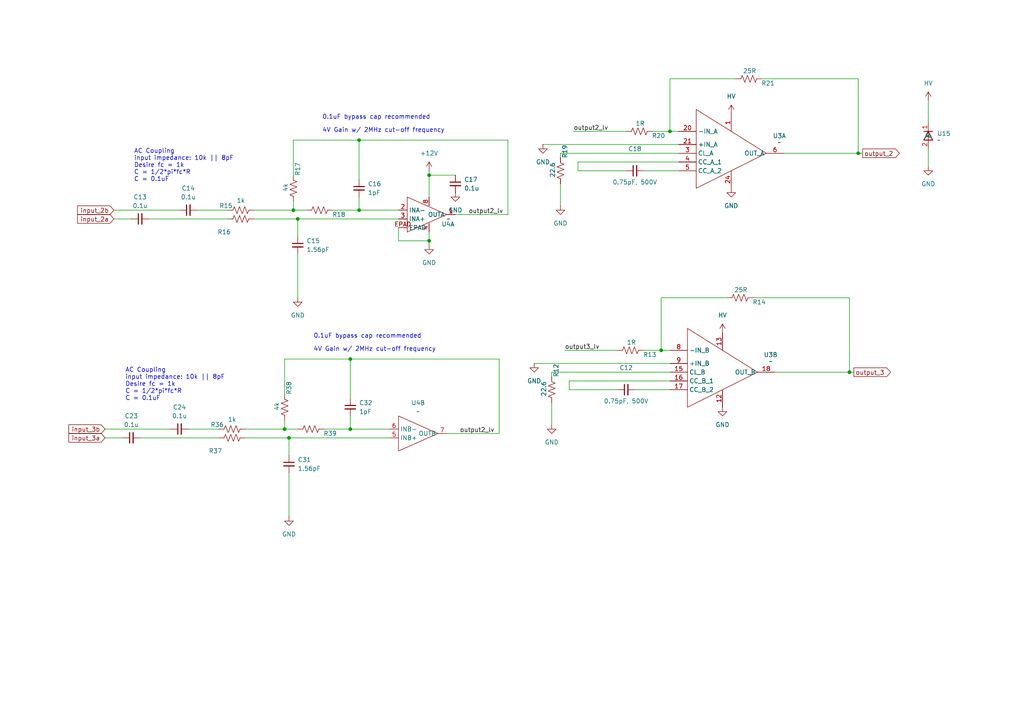
<source format=kicad_sch>
(kicad_sch (version 20231120) (generator "eeschema") (generator_version "8.0")
  (paper "A4")
  (lib_symbols
    (symbol "Device:C_Small" (pin_numbers hide) (pin_names (offset 0.254) hide)
      (property "Reference" "C" (at 0.254 1.778 0))
      (property "Value" "C_Small" (at 0.254 -2.032 0))
      (symbol "C_Small_0_1"
        (polyline (pts (xy -1.524 -0.508) (xy 1.524 -0.508)) (stroke (width 0.3302)))
        (polyline (pts (xy -1.524 0.508) (xy 1.524 0.508)) (stroke (width 0.3048)))
      )
      (symbol "C_Small_1_1"
        (pin passive line (at 0 2.54 270) (length 2.032) (name "~") (number "1"))
        (pin passive line (at 0 -2.54 90) (length 2.032) (name "~") (number "2"))
      )
    )
    (symbol "Device:R_US" (pin_numbers hide) (pin_names (offset 0))
      (property "Reference" "R" (at 2.54 0 90))
      (property "Value" "R_US" (at -2.54 0 90))
      (symbol "R_US_0_1"
        (polyline (pts (xy 0 -2.286) (xy 0 -2.54)))
        (polyline (pts (xy 0 2.286) (xy 0 2.54)))
        (polyline (pts (xy 0 -0.762) (xy 1.016 -1.143) (xy 0 -1.524) (xy -1.016 -1.905) (xy 0 -2.286)))
        (polyline (pts (xy 0 0.762) (xy 1.016 0.381) (xy 0 0) (xy -1.016 -0.381) (xy 0 -0.762)))
        (polyline (pts (xy 0 2.286) (xy 1.016 1.905) (xy 0 1.524) (xy -1.016 1.143) (xy 0 0.762)))
      )
      (symbol "R_US_1_1"
        (pin passive line (at 0 3.81 270) (length 1.27) (name "~") (number "1"))
        (pin passive line (at 0 -3.81 90) (length 1.27) (name "~") (number "2"))
      )
    )
    (symbol "_PHASE:OPA221A_2UNITS"
      (property "Reference" "U" (at -1.016 -1.524 0))
      (symbol "OPA221A_2UNITS_1_1"
        (polyline (pts (xy 0 0) (xy 0 10.16) (xy 11.43 5.08) (xy 0 0)))
        (pin input line (at 13.97 5.08 180) (length 2.54) (name "OUTA") (number "1"))
        (pin input line (at -2.54 6.35 0) (length 2.54) (name "INA-") (number "2"))
        (pin input line (at -2.54 3.81 0) (length 2.54) (name "INA+") (number "3"))
        (pin power_in line (at 6.35 0 90) (length 2.54) (name "") (number "4"))
        (pin power_in line (at 6.35 10.16 270) (length 2.54) (name "") (number "8"))
        (pin power_in line (at -2.54 1.27 0) (length 2.54) (name "EPAD") (number "EPAD"))
      )
      (symbol "OPA221A_2UNITS_2_1"
        (polyline (pts (xy 0 0) (xy 0 10.16) (xy 11.43 5.08) (xy 0 0)))
        (pin input line (at -2.54 3.81 0) (length 2.54) (name "INB+") (number "5"))
        (pin input line (at -2.54 6.35 0) (length 2.54) (name "INB-") (number "6"))
        (pin input line (at 13.97 5.08 180) (length 2.54) (name "OUTB") (number "7"))
      )
    )
    (symbol "_PHASE:PA343"
      (property "Reference" "U" (at 0 0 0))
      (symbol "PA343_1_1"
        (polyline (pts (xy 0 -3.81) (xy 0 19.05) (xy 20.32 6.35) (xy 0 -3.81)))
        (pin passive line (at 10.16 17.78 270) (length 5.08) (name "") (number "1"))
        (pin passive line (at -5.08 -1.27 0) (length 5.08) hide (name "NC_3") (number "10"))
        (pin passive line (at -5.08 -1.27 0) (length 5.08) hide (name "NC_4") (number "11"))
        (pin passive line (at -5.08 -1.27 0) (length 5.08) hide (name "NC_5") (number "14"))
        (pin passive line (at -5.08 -1.27 0) (length 5.08) hide (name "NC_6") (number "19"))
        (pin passive line (at -5.08 -1.27 0) (length 5.08) hide (name "NC_1") (number "2"))
        (pin passive line (at -5.08 12.7 0) (length 5.08) (name "-IN_A") (number "20"))
        (pin passive line (at -5.08 8.89 0) (length 5.08) (name "+IN_A") (number "21"))
        (pin passive line (at -5.08 -1.27 0) (length 5.08) hide (name "NC_7") (number "22"))
        (pin passive line (at -5.08 -1.27 0) (length 5.08) hide (name "NC_8") (number "23"))
        (pin passive line (at 10.16 -3.81 90) (length 5.08) (name "") (number "24"))
        (pin passive line (at -5.08 6.35 0) (length 5.08) (name "CL_A") (number "3"))
        (pin passive line (at -5.08 3.81 0) (length 5.08) (name "CC_A_1") (number "4"))
        (pin passive line (at -5.08 1.27 0) (length 5.08) (name "CC_A_2") (number "5"))
        (pin passive line (at 25.4 6.35 180) (length 5.08) (name "OUT_A") (number "6"))
        (pin passive line (at -5.08 -1.27 0) (length 5.08) hide (name "NC_2") (number "7"))
      )
      (symbol "PA343_2_1"
        (polyline (pts (xy 0 3.81) (xy 0 26.67) (xy 20.32 13.97) (xy 0 3.81)))
        (pin passive line (at 10.16 3.81 90) (length 5.08) (name "") (number "12"))
        (pin passive line (at 10.16 25.4 270) (length 5.08) (name "") (number "13"))
        (pin passive line (at -5.08 13.97 0) (length 5.08) (name "CL_B") (number "15"))
        (pin passive line (at -5.08 11.43 0) (length 5.08) (name "CC_B_1") (number "16"))
        (pin passive line (at -5.08 8.89 0) (length 5.08) (name "CC_B_2") (number "17"))
        (pin passive line (at 25.4 13.97 180) (length 5.08) (name "OUT_B") (number "18"))
        (pin passive line (at -5.08 19.05 0) (length 5.08) (name "-IN_B") (number "8"))
        (pin passive line (at -5.08 16.51 0) (length 5.08) (name "+IN_B") (number "9"))
      )
    )
    (symbol "_PHASE:PA343_2Units"
      (property "Reference" "U" (at 0 0 0))
      (symbol "PA343_2Units_1_1"
        (polyline (pts (xy 0 -3.81) (xy 0 19.05) (xy 20.32 6.35) (xy 0 -3.81)))
        (pin passive line (at 10.16 17.78 270) (length 5.08) (name "") (number "1"))
        (pin passive line (at -5.08 -1.27 0) (length 5.08) hide (name "NC_3") (number "10"))
        (pin passive line (at -5.08 -1.27 0) (length 5.08) hide (name "NC_4") (number "11"))
        (pin passive line (at -5.08 -1.27 0) (length 5.08) hide (name "NC_5") (number "14"))
        (pin passive line (at -5.08 -1.27 0) (length 5.08) hide (name "NC_6") (number "19"))
        (pin passive line (at -5.08 -1.27 0) (length 5.08) hide (name "NC_1") (number "2"))
        (pin passive line (at -5.08 12.7 0) (length 5.08) (name "-IN_A") (number "20"))
        (pin passive line (at -5.08 8.89 0) (length 5.08) (name "+IN_A") (number "21"))
        (pin passive line (at -5.08 -1.27 0) (length 5.08) hide (name "NC_7") (number "22"))
        (pin passive line (at -5.08 -1.27 0) (length 5.08) hide (name "NC_8") (number "23"))
        (pin passive line (at 10.16 -3.81 90) (length 5.08) (name "") (number "24"))
        (pin passive line (at -5.08 6.35 0) (length 5.08) (name "CL_A") (number "3"))
        (pin passive line (at -5.08 3.81 0) (length 5.08) (name "CC_A_1") (number "4"))
        (pin passive line (at -5.08 1.27 0) (length 5.08) (name "CC_A_2") (number "5"))
        (pin passive line (at 25.4 6.35 180) (length 5.08) (name "OUT_A") (number "6"))
        (pin passive line (at -5.08 -1.27 0) (length 5.08) hide (name "NC_2") (number "7"))
      )
      (symbol "PA343_2Units_2_1"
        (polyline (pts (xy 0 3.81) (xy 0 26.67) (xy 20.32 13.97) (xy 0 3.81)))
        (pin passive line (at 10.16 3.81 90) (length 5.08) (name "") (number "12"))
        (pin passive line (at 10.16 25.4 270) (length 5.08) (name "") (number "13"))
        (pin passive line (at -5.08 13.97 0) (length 5.08) (name "CL_B") (number "15"))
        (pin passive line (at -5.08 11.43 0) (length 5.08) (name "CC_B_1") (number "16"))
        (pin passive line (at -5.08 8.89 0) (length 5.08) (name "CC_B_2") (number "17"))
        (pin passive line (at 25.4 13.97 180) (length 5.08) (name "OUT_B") (number "18"))
        (pin passive line (at -5.08 20.32 0) (length 5.08) (name "-IN_B") (number "8"))
        (pin passive line (at -5.08 16.51 0) (length 5.08) (name "+IN_B") (number "9"))
      )
    )
    (symbol "_PHASE:SMCJ150A-13-F"
      (property "Reference" "U" (at 0 0 0))
      (symbol "SMCJ150A-13-F_0_1"
        (polyline (pts (xy 1.27 3.81) (xy 1.27 1.27)) (stroke (width 0.254)))
        (polyline (pts (xy 3.81 2.54) (xy 1.27 2.54)))
        (polyline (pts (xy 3.81 3.81) (xy 3.81 1.27) (xy 1.27 2.54) (xy 3.81 3.81)) (stroke (width 0.254)))
      )
      (symbol "SMCJ150A-13-F_1_1"
        (pin passive line (at -1.27 2.54 0) (length 2.54) (name "K") (number "1"))
        (pin passive line (at 6.35 2.54 180) (length 2.54) (name "A") (number "2"))
      )
    )
    (symbol "power:+12V" (power) (pin_numbers hide) (pin_names (offset 0) hide)
      (property "Value" "+12V" (at 0 3.556 0))
      (symbol "+12V_0_1"
        (polyline (pts (xy -0.762 1.27) (xy 0 2.54)))
        (polyline (pts (xy 0 0) (xy 0 2.54)))
        (polyline (pts (xy 0 2.54) (xy 0.762 1.27)))
      )
      (symbol "+12V_1_1"
        (pin power_in line (at 0 0 90) (length 0) (name "~") (number "1"))
      )
    )
    (symbol "power:GND" (power) (pin_numbers hide) (pin_names (offset 0) hide)
      (property "Value" "GND" (at 0 -3.81 0))
      (symbol "GND_0_1"
        (polyline (pts (xy 0 0) (xy 0 -1.27) (xy 1.27 -1.27) (xy 0 -2.54) (xy -1.27 -1.27) (xy 0 -1.27)))
      )
      (symbol "GND_1_1"
        (pin power_in line (at 0 0 270) (length 0) (name "~") (number "1"))
      )
    )
  )
  (junction (at 101.6 104.14))
  (junction (at 191.77 101.6))
  (junction (at 124.46 50.8))
  (junction (at 124.46 69.85))
  (junction (at 194.31 38.1))
  (junction (at 83.82 127))
  (junction (at 248.92 44.45))
  (junction (at 85.09 60.96))
  (junction (at 86.36 63.5))
  (junction (at 101.6 124.46))
  (junction (at 82.55 124.46))
  (junction (at 246.38 107.95))
  (junction (at 104.14 60.96))
  (junction (at 104.14 40.64))
  (wire (pts (xy 181.61 49.53) (xy 167.64 49.53)))
  (wire (pts (xy 124.46 69.85) (xy 124.46 71.12)))
  (wire (pts (xy 132.08 62.23) (xy 147.32 62.23)))
  (wire (pts (xy 165.1 110.49) (xy 194.31 110.49)))
  (wire (pts (xy 86.36 63.5) (xy 86.36 68.58)))
  (wire (pts (xy 186.69 49.53) (xy 196.85 49.53)))
  (wire (pts (xy 101.6 120.65) (xy 101.6 124.46)))
  (wire (pts (xy 160.02 116.84) (xy 160.02 123.19)))
  (wire (pts (xy 248.92 44.45) (xy 250.19 44.45)))
  (wire (pts (xy 85.09 58.42) (xy 85.09 60.96)))
  (wire (pts (xy 129.54 125.73) (xy 144.78 125.73)))
  (wire (pts (xy 43.18 63.5) (xy 66.04 63.5)))
  (wire (pts (xy 191.77 86.36) (xy 191.77 101.6)))
  (wire (pts (xy 224.79 107.95) (xy 246.38 107.95)))
  (wire (pts (xy 115.57 60.96) (xy 104.14 60.96)))
  (wire (pts (xy 213.36 22.86) (xy 194.31 22.86)))
  (wire (pts (xy 218.44 86.36) (xy 246.38 86.36)))
  (wire (pts (xy 162.56 53.34) (xy 162.56 59.69)))
  (wire (pts (xy 167.64 46.99) (xy 196.85 46.99)))
  (wire (pts (xy 115.57 66.04) (xy 115.57 69.85)))
  (wire (pts (xy 248.92 44.45) (xy 248.92 22.86)))
  (wire (pts (xy 144.78 104.14) (xy 144.78 125.73)))
  (wire (pts (xy 85.09 40.64) (xy 85.09 50.8)))
  (wire (pts (xy 189.23 38.1) (xy 194.31 38.1)))
  (wire (pts (xy 85.09 40.64) (xy 104.14 40.64)))
  (wire (pts (xy 71.12 124.46) (xy 82.55 124.46)))
  (wire (pts (xy 227.33 44.45) (xy 248.92 44.45)))
  (wire (pts (xy 73.66 63.5) (xy 86.36 63.5)))
  (wire (pts (xy 186.69 101.6) (xy 191.77 101.6)))
  (wire (pts (xy 83.82 127) (xy 83.82 132.08)))
  (wire (pts (xy 269.24 43.18) (xy 269.24 48.26)))
  (wire (pts (xy 57.15 60.96) (xy 66.04 60.96)))
  (wire (pts (xy 33.02 63.5) (xy 38.1 63.5)))
  (wire (pts (xy 220.98 22.86) (xy 248.92 22.86)))
  (wire (pts (xy 40.64 127) (xy 63.5 127)))
  (wire (pts (xy 83.82 127) (xy 113.03 127)))
  (wire (pts (xy 73.66 60.96) (xy 85.09 60.96)))
  (wire (pts (xy 194.31 22.86) (xy 194.31 38.1)))
  (wire (pts (xy 104.14 40.64) (xy 147.32 40.64)))
  (wire (pts (xy 124.46 49.53) (xy 124.46 50.8)))
  (wire (pts (xy 113.03 124.46) (xy 101.6 124.46)))
  (wire (pts (xy 82.55 121.92) (xy 82.55 124.46)))
  (wire (pts (xy 124.46 67.31) (xy 124.46 69.85)))
  (wire (pts (xy 124.46 50.8) (xy 132.08 50.8)))
  (wire (pts (xy 104.14 57.15) (xy 104.14 60.96)))
  (wire (pts (xy 165.1 113.03) (xy 165.1 110.49)))
  (wire (pts (xy 71.12 127) (xy 83.82 127)))
  (wire (pts (xy 33.02 60.96) (xy 52.07 60.96)))
  (wire (pts (xy 179.07 113.03) (xy 165.1 113.03)))
  (wire (pts (xy 124.46 50.8) (xy 124.46 57.15)))
  (wire (pts (xy 246.38 107.95) (xy 247.65 107.95)))
  (wire (pts (xy 86.36 73.66) (xy 86.36 86.36)))
  (wire (pts (xy 154.94 105.41) (xy 194.31 105.41)))
  (wire (pts (xy 54.61 124.46) (xy 63.5 124.46)))
  (wire (pts (xy 101.6 124.46) (xy 93.98 124.46)))
  (wire (pts (xy 184.15 113.03) (xy 194.31 113.03)))
  (wire (pts (xy 115.57 69.85) (xy 124.46 69.85)))
  (wire (pts (xy 162.56 44.45) (xy 196.85 44.45)))
  (wire (pts (xy 101.6 104.14) (xy 101.6 115.57)))
  (wire (pts (xy 269.24 29.21) (xy 269.24 35.56)))
  (wire (pts (xy 157.48 41.91) (xy 196.85 41.91)))
  (wire (pts (xy 246.38 107.95) (xy 246.38 86.36)))
  (wire (pts (xy 101.6 104.14) (xy 144.78 104.14)))
  (wire (pts (xy 163.83 101.6) (xy 179.07 101.6)))
  (wire (pts (xy 166.37 38.1) (xy 181.61 38.1)))
  (wire (pts (xy 104.14 40.64) (xy 104.14 52.07)))
  (wire (pts (xy 30.48 127) (xy 35.56 127)))
  (wire (pts (xy 160.02 107.95) (xy 194.31 107.95)))
  (wire (pts (xy 82.55 104.14) (xy 101.6 104.14)))
  (wire (pts (xy 83.82 137.16) (xy 83.82 149.86)))
  (wire (pts (xy 82.55 104.14) (xy 82.55 114.3)))
  (wire (pts (xy 210.82 86.36) (xy 191.77 86.36)))
  (wire (pts (xy 162.56 44.45) (xy 162.56 45.72)))
  (wire (pts (xy 85.09 60.96) (xy 88.9 60.96)))
  (wire (pts (xy 167.64 49.53) (xy 167.64 46.99)))
  (wire (pts (xy 191.77 101.6) (xy 194.31 101.6)))
  (wire (pts (xy 147.32 40.64) (xy 147.32 62.23)))
  (wire (pts (xy 30.48 124.46) (xy 49.53 124.46)))
  (wire (pts (xy 86.36 63.5) (xy 115.57 63.5)))
  (wire (pts (xy 194.31 38.1) (xy 196.85 38.1)))
  (wire (pts (xy 160.02 107.95) (xy 160.02 109.22)))
  (wire (pts (xy 82.55 124.46) (xy 86.36 124.46)))
  (wire (pts (xy 104.14 60.96) (xy 96.52 60.96)))
  (text "0.1uF bypass cap recommended\n" (at 93.472 34.036 0) (effects (font (size 1.27 1.27)) (justify left)))
  (text "AC Coupling\ninput impedance: 10k || 8pF\nDesire fc = 1k\nC = 1/2*pi*fc*R\nC = 0.1uF" (at 38.862 48.006 0) (effects (font (size 1.27 1.27)) (justify left)))
  (text "0.1uF bypass cap recommended\n" (at 90.932 97.536 0) (effects (font (size 1.27 1.27)) (justify left)))
  (text "4V Gain w/ 2MHz cut-off frequency" (at 90.932 101.346 0) (effects (font (size 1.27 1.27)) (justify left)))
  (text "AC Coupling\ninput impedance: 10k || 8pF\nDesire fc = 1k\nC = 1/2*pi*fc*R\nC = 0.1uF" (at 36.322 111.506 0) (effects (font (size 1.27 1.27)) (justify left)))
  (text "4V Gain w/ 2MHz cut-off frequency" (at 93.472 37.846 0) (effects (font (size 1.27 1.27)) (justify left)))
  (label "output2_lv" (at 135.89 62.23 0))
  (label "output2_lv" (at 133.35 125.73 0))
  (label "output3_lv" (at 163.83 101.6 0))
  (label "output2_lv" (at 166.37 38.1 0))
  (global_label "output_3" (shape output) (at 247.65 107.95 0) (property "Intersheetrefs" "${INTERSHEET_REFS}" (effects (hide yes))))
  (global_label "input_2a" (shape input) (at 33.02 63.5 180) (property "Intersheetrefs" "${INTERSHEET_REFS}" (effects (hide yes))))
  (global_label "output_2" (shape output) (at 250.19 44.45 0) (property "Intersheetrefs" "${INTERSHEET_REFS}" (effects (hide yes))))
  (global_label "input_3a" (shape input) (at 30.48 127 180) (property "Intersheetrefs" "${INTERSHEET_REFS}" (effects (hide yes))))
  (global_label "input_2b" (shape input) (at 33.02 60.96 180) (property "Intersheetrefs" "${INTERSHEET_REFS}" (effects (hide yes))))
  (global_label "input_3b" (shape input) (at 30.48 124.46 180) (property "Intersheetrefs" "${INTERSHEET_REFS}" (effects (hide yes))))
  (symbol (lib_id "Device:R_US") (at 69.85 63.5 270) (unit 1)
    (property "Reference" "R16" (at 65.024 67.31 90))
    (property "Value" "R_US" (effects (hide yes)))
    (property "Footprint" "Resistor_SMD:R_0603_1608Metric" (effects (hide yes)))
    (property "Description" "Resistor, US symbol" (effects (hide yes)))
  )
  (symbol (lib_id "power:+12V") (at 209.55 96.52 0) (unit 1)
    (property "Reference" "#PWR034" (effects (hide yes)))
    (property "Value" "HV" (at 209.55 91.44 0))
    (property "Description" "Power symbol creates a global label with name \"+12V\"" (effects (hide yes)))
  )
  (symbol (lib_id "Device:C_Small") (at 101.6 118.11 0) (unit 1)
    (property "Reference" "C32" (at 104.14 116.8462 0) (effects (justify left)))
    (property "Value" "1pF" (at 104.14 119.3862 0) (effects (justify left)))
    (property "Footprint" "Capacitor_SMD:C_0603_1608Metric" (effects (hide yes)))
    (property "Description" "Unpolarized capacitor, small symbol" (effects (hide yes)))
  )
  (symbol (lib_id "Device:C_Small") (at 54.61 60.96 90) (unit 1)
    (property "Reference" "C14" (at 54.6163 54.61 90))
    (property "Value" "0.1u" (at 54.6163 57.15 90))
    (property "Footprint" "Capacitor_SMD:C_0603_1608Metric" (effects (hide yes)))
    (property "Description" "Unpolarized capacitor, small symbol" (effects (hide yes)))
  )
  (symbol (lib_id "power:GND") (at 154.94 105.41 0) (unit 1)
    (property "Reference" "#PWR026" (effects (hide yes)))
    (property "Value" "GND" (at 154.94 110.49 0))
    (property "Description" "Power symbol creates a global label with name \"GND\" , ground" (effects (hide yes)))
  )
  (symbol (lib_id "Device:R_US") (at 92.71 60.96 270) (unit 1)
    (property "Reference" "R18" (at 98.298 62.23 90))
    (property "Value" "R_US" (effects (hide yes)))
    (property "Footprint" "Resistor_SMD:R_0603_1608Metric" (effects (hide yes)))
    (property "Description" "Resistor, US symbol" (effects (hide yes)))
  )
  (symbol (lib_id "Device:R_US") (at 90.17 124.46 270) (unit 1)
    (property "Reference" "R39" (at 95.758 125.73 90))
    (property "Value" "R_US" (effects (hide yes)))
    (property "Footprint" "Resistor_SMD:R_0603_1608Metric" (effects (hide yes)))
    (property "Description" "Resistor, US symbol" (effects (hide yes)))
  )
  (symbol (lib_id "Device:R_US") (at 217.17 22.86 270) (unit 1)
    (property "Reference" "R21" (at 222.758 24.13 90))
    (property "Value" "25R" (at 217.424 20.574 90))
    (property "Footprint" "Resistor_SMD:R_0603_1608Metric" (effects (hide yes)))
    (property "Description" "Resistor, US symbol" (effects (hide yes)))
  )
  (symbol (lib_id "Device:C_Small") (at 38.1 127 90) (unit 1)
    (property "Reference" "C23" (at 38.1063 120.65 90))
    (property "Value" "0.1u" (at 38.1063 123.19 90))
    (property "Footprint" "Capacitor_SMD:C_0603_1608Metric" (effects (hide yes)))
    (property "Description" "Unpolarized capacitor, small symbol" (effects (hide yes)))
  )
  (symbol (lib_id "Device:R_US") (at 162.56 49.53 0) (unit 1)
    (property "Reference" "R19" (at 163.83 43.942 90))
    (property "Value" "22.6" (at 160.274 49.276 90))
    (property "Footprint" "Resistor_SMD:R_0603_1608Metric" (effects (hide yes)))
    (property "Description" "Resistor, US symbol" (effects (hide yes)))
  )
  (symbol (lib_id "power:GND") (at 124.46 71.12 0) (unit 1)
    (property "Reference" "#PWR028" (effects (hide yes)))
    (property "Value" "GND" (at 124.46 76.2 0))
    (property "Description" "Power symbol creates a global label with name \"GND\" , ground" (effects (hide yes)))
  )
  (symbol (lib_id "power:GND") (at 83.82 149.86 0) (unit 1)
    (property "Reference" "#PWR020" (effects (hide yes)))
    (property "Value" "GND" (at 83.82 154.94 0))
    (property "Description" "Power symbol creates a global label with name \"GND\" , ground" (effects (hide yes)))
  )
  (symbol (lib_id "power:+12V") (at 269.24 29.21 0) (unit 1)
    (property "Reference" "#PWR041" (effects (hide yes)))
    (property "Value" "HV" (at 269.24 24.13 0))
    (property "Description" "Power symbol creates a global label with name \"+12V\"" (effects (hide yes)))
  )
  (symbol (lib_id "Device:R_US") (at 67.31 127 270) (unit 1)
    (property "Reference" "R37" (at 62.484 130.81 90))
    (property "Value" "R_US" (effects (hide yes)))
    (property "Footprint" "Resistor_SMD:R_0603_1608Metric" (effects (hide yes)))
    (property "Description" "Resistor, US symbol" (effects (hide yes)))
  )
  (symbol (lib_id "Device:R_US") (at 160.02 113.03 0) (unit 1)
    (property "Reference" "R12" (at 161.29 107.442 90))
    (property "Value" "22.6" (at 157.734 112.776 90))
    (property "Footprint" "Resistor_SMD:R_0603_1608Metric" (effects (hide yes)))
    (property "Description" "Resistor, US symbol" (effects (hide yes)))
  )
  (symbol (lib_id "power:GND") (at 160.02 123.19 0) (unit 1)
    (property "Reference" "#PWR027" (effects (hide yes)))
    (property "Value" "GND" (at 160.02 128.27 0))
    (property "Description" "Power symbol creates a global label with name \"GND\" , ground" (effects (hide yes)))
  )
  (symbol (lib_id "Device:C_Small") (at 83.82 134.62 0) (unit 1)
    (property "Reference" "C31" (at 86.36 133.3562 0) (effects (justify left)))
    (property "Value" "1.56pF" (at 86.36 135.8962 0) (effects (justify left)))
    (property "Footprint" "Capacitor_SMD:C_0603_1608Metric" (effects (hide yes)))
    (property "Description" "Unpolarized capacitor, small symbol" (effects (hide yes)))
  )
  (symbol (lib_id "_PHASE:OPA221A_2UNITS") (at 118.11 67.31 0) (unit 1)
    (property "Reference" "U4" (at 128.016 65.024 0) (effects (justify left)))
    (property "Value" "~" (at 129.54 63.5 0) (effects (justify left)))
    (property "Footprint" "726_footprints:OPA2211AIDDAR_L" (effects (hide yes)))
  )
  (symbol (lib_id "_PHASE:PA343") (at 201.93 50.8 0) (unit 1)
    (property "Reference" "U3" (at 226.06 39.4014 0))
    (property "Value" "~" (at 226.06 41.3065 0))
    (property "Footprint" "726_footprints:PA341DF" (effects (hide yes)))
  )
  (symbol (lib_id "power:GND") (at 269.24 48.26 0) (unit 1)
    (property "Reference" "#PWR042" (effects (hide yes)))
    (property "Value" "GND" (at 269.24 53.34 0))
    (property "Description" "Power symbol creates a global label with name \"GND\" , ground" (effects (hide yes)))
  )
  (symbol (lib_id "Device:R_US") (at 85.09 54.61 0) (unit 1)
    (property "Reference" "R17" (at 86.36 49.022 90))
    (property "Value" "4k" (at 82.804 54.356 90))
    (property "Footprint" "Resistor_SMD:R_0603_1608Metric" (effects (hide yes)))
    (property "Description" "Resistor, US symbol" (effects (hide yes)))
  )
  (symbol (lib_id "_PHASE:SMCJ150A-13-F") (at 266.7 36.83 270) (unit 1)
    (property "Reference" "U15" (at 271.78 38.7349 90) (effects (justify left)))
    (property "Value" "~" (at 271.78 40.64 90) (effects (justify left)))
    (property "Footprint" "726_footprints:SMCJ150A-13-F" (effects (hide yes)))
  )
  (symbol (lib_id "power:GND") (at 209.55 118.11 0) (unit 1)
    (property "Reference" "#PWR045" (effects (hide yes)))
    (property "Value" "GND" (at 209.55 123.19 0))
    (property "Description" "Power symbol creates a global label with name \"GND\" , ground" (effects (hide yes)))
  )
  (symbol (lib_id "Device:R_US") (at 214.63 86.36 270) (unit 1)
    (property "Reference" "R14" (at 220.218 87.63 90))
    (property "Value" "25R" (at 214.884 84.074 90))
    (property "Footprint" "Resistor_SMD:R_0603_1608Metric" (effects (hide yes)))
    (property "Description" "Resistor, US symbol" (effects (hide yes)))
  )
  (symbol (lib_id "power:GND") (at 157.48 41.91 0) (unit 1)
    (property "Reference" "#PWR038" (effects (hide yes)))
    (property "Value" "GND" (at 157.48 46.99 0))
    (property "Description" "Power symbol creates a global label with name \"GND\" , ground" (effects (hide yes)))
  )
  (symbol (lib_id "Device:R_US") (at 182.88 101.6 270) (unit 1)
    (property "Reference" "R13" (at 188.468 102.87 90))
    (property "Value" "1R" (at 183.134 99.314 90))
    (property "Footprint" "Resistor_SMD:R_0603_1608Metric" (effects (hide yes)))
    (property "Description" "Resistor, US symbol" (effects (hide yes)))
  )
  (symbol (lib_id "Device:R_US") (at 67.31 124.46 270) (unit 1)
    (property "Reference" "R36" (at 62.992 123.19 90))
    (property "Value" "1k" (at 67.31 121.666 90))
    (property "Footprint" "Resistor_SMD:R_0603_1608Metric" (effects (hide yes)))
    (property "Description" "Resistor, US symbol" (effects (hide yes)))
  )
  (symbol (lib_id "Device:C_Small") (at 40.64 63.5 90) (unit 1)
    (property "Reference" "C13" (at 40.6463 57.15 90))
    (property "Value" "0.1u" (at 40.6463 59.69 90))
    (property "Footprint" "Capacitor_SMD:C_0603_1608Metric" (effects (hide yes)))
    (property "Description" "Unpolarized capacitor, small symbol" (effects (hide yes)))
  )
  (symbol (lib_id "Device:R_US") (at 69.85 60.96 270) (unit 1)
    (property "Reference" "R15" (at 65.532 59.69 90))
    (property "Value" "1k" (at 69.85 58.166 90))
    (property "Footprint" "Resistor_SMD:R_0603_1608Metric" (effects (hide yes)))
    (property "Description" "Resistor, US symbol" (effects (hide yes)))
  )
  (symbol (lib_id "power:+12V") (at 124.46 49.53 0) (unit 1)
    (property "Reference" "#PWR015" (effects (hide yes)))
    (property "Value" "+12V" (at 124.46 44.45 0))
    (property "Description" "Power symbol creates a global label with name \"+12V\"" (effects (hide yes)))
  )
  (symbol (lib_id "_PHASE:OPA221A_2UNITS") (at 115.57 130.81 0) (unit 2)
    (property "Reference" "U4" (at 121.285 116.84 0))
    (property "Value" "~" (at 121.285 119.38 0))
    (property "Footprint" "726_footprints:OPA2211AIDDAR_L" (effects (hide yes)))
  )
  (symbol (lib_id "power:GND") (at 86.36 86.36 0) (unit 1)
    (property "Reference" "#PWR014" (effects (hide yes)))
    (property "Value" "GND" (at 86.36 91.44 0))
    (property "Description" "Power symbol creates a global label with name \"GND\" , ground" (effects (hide yes)))
  )
  (symbol (lib_id "Device:C_Small") (at 52.07 124.46 90) (unit 1)
    (property "Reference" "C24" (at 52.0763 118.11 90))
    (property "Value" "0.1u" (at 52.0763 120.65 90))
    (property "Footprint" "Capacitor_SMD:C_0603_1608Metric" (effects (hide yes)))
    (property "Description" "Unpolarized capacitor, small symbol" (effects (hide yes)))
  )
  (symbol (lib_id "power:GND") (at 132.08 55.88 0) (unit 1)
    (property "Reference" "#PWR037" (effects (hide yes)))
    (property "Value" "GND" (at 132.08 60.96 0))
    (property "Description" "Power symbol creates a global label with name \"GND\" , ground" (effects (hide yes)))
  )
  (symbol (lib_id "power:GND") (at 162.56 59.69 0) (unit 1)
    (property "Reference" "#PWR039" (effects (hide yes)))
    (property "Value" "GND" (at 162.56 64.77 0))
    (property "Description" "Power symbol creates a global label with name \"GND\" , ground" (effects (hide yes)))
  )
  (symbol (lib_id "Device:R_US") (at 82.55 118.11 0) (unit 1)
    (property "Reference" "R38" (at 83.82 112.522 90))
    (property "Value" "4k" (at 80.264 117.856 90))
    (property "Footprint" "Resistor_SMD:R_0603_1608Metric" (effects (hide yes)))
    (property "Description" "Resistor, US symbol" (effects (hide yes)))
  )
  (symbol (lib_id "Device:R_US") (at 185.42 38.1 270) (unit 1)
    (property "Reference" "R20" (at 191.008 39.37 90))
    (property "Value" "1R" (at 185.674 35.814 90))
    (property "Footprint" "Resistor_SMD:R_0603_1608Metric" (effects (hide yes)))
    (property "Description" "Resistor, US symbol" (effects (hide yes)))
  )
  (symbol (lib_id "Device:C_Small") (at 181.61 113.03 90) (unit 1)
    (property "Reference" "C12" (at 181.6163 106.68 90))
    (property "Value" "0.75pF, 500V" (at 181.61 116.332 90))
    (property "Footprint" "Capacitor_SMD:C_0805_2012Metric" (effects (hide yes)))
    (property "Description" "Unpolarized capacitor, small symbol" (effects (hide yes)))
  )
  (symbol (lib_id "power:+12V") (at 212.09 33.02 0) (unit 1)
    (property "Reference" "#PWR046" (effects (hide yes)))
    (property "Value" "HV" (at 212.09 27.94 0))
    (property "Description" "Power symbol creates a global label with name \"+12V\"" (effects (hide yes)))
  )
  (symbol (lib_id "Device:C_Small") (at 86.36 71.12 0) (unit 1)
    (property "Reference" "C15" (at 88.9 69.8562 0) (effects (justify left)))
    (property "Value" "1.56pF" (at 88.9 72.3962 0) (effects (justify left)))
    (property "Footprint" "Capacitor_SMD:C_0603_1608Metric" (effects (hide yes)))
    (property "Description" "Unpolarized capacitor, small symbol" (effects (hide yes)))
  )
  (symbol (lib_id "_PHASE:PA343_2Units") (at 199.39 121.92 0) (unit 2)
    (property "Reference" "U3" (at 223.52 102.9014 0))
    (property "Value" "~" (at 223.52 104.8065 0))
    (property "Footprint" "726_footprints:PA341DF" (effects (hide yes)))
  )
  (symbol (lib_id "Device:C_Small") (at 104.14 54.61 0) (unit 1)
    (property "Reference" "C16" (at 106.68 53.3462 0) (effects (justify left)))
    (property "Value" "1pF" (at 106.68 55.8862 0) (effects (justify left)))
    (property "Footprint" "Capacitor_SMD:C_0603_1608Metric" (effects (hide yes)))
    (property "Description" "Unpolarized capacitor, small symbol" (effects (hide yes)))
  )
  (symbol (lib_id "Device:C_Small") (at 132.08 53.34 0) (unit 1)
    (property "Reference" "C17" (at 134.62 52.0762 0) (effects (justify left)))
    (property "Value" "0.1u" (at 134.62 54.6162 0) (effects (justify left)))
    (property "Footprint" "Capacitor_SMD:C_0603_1608Metric" (effects (hide yes)))
    (property "Description" "Unpolarized capacitor, small symbol" (effects (hide yes)))
  )
  (symbol (lib_id "Device:C_Small") (at 184.15 49.53 90) (unit 1)
    (property "Reference" "C18" (at 184.1563 43.18 90))
    (property "Value" "0.75pF, 500V" (at 184.15 52.832 90))
    (property "Footprint" "Capacitor_SMD:C_0805_2012Metric" (effects (hide yes)))
    (property "Description" "Unpolarized capacitor, small symbol" (effects (hide yes)))
  )
  (symbol (lib_id "power:GND") (at 212.09 54.61 0) (unit 1)
    (property "Reference" "#PWR040" (effects (hide yes)))
    (property "Value" "GND" (at 212.09 59.69 0))
    (property "Description" "Power symbol creates a global label with name \"GND\" , ground" (effects (hide yes)))
  )
)
</source>
